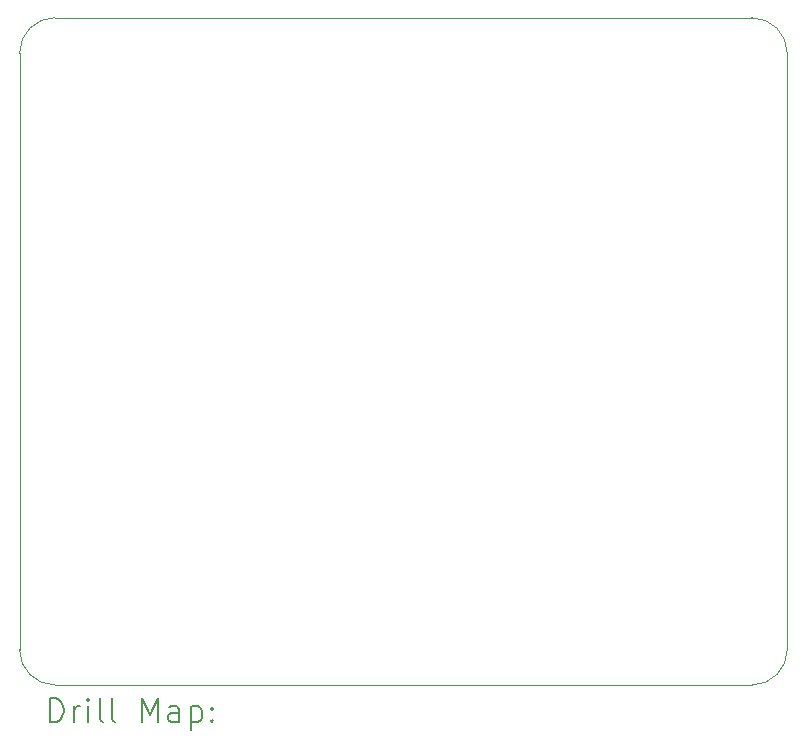
<source format=gbr>
%TF.GenerationSoftware,KiCad,Pcbnew,8.0.1*%
%TF.CreationDate,2024-09-06T22:55:49+02:00*%
%TF.ProjectId,SVXLink_PiHat,5356584c-696e-46b5-9f50-694861742e6b,rev?*%
%TF.SameCoordinates,Original*%
%TF.FileFunction,Drillmap*%
%TF.FilePolarity,Positive*%
%FSLAX45Y45*%
G04 Gerber Fmt 4.5, Leading zero omitted, Abs format (unit mm)*
G04 Created by KiCad (PCBNEW 8.0.1) date 2024-09-06 22:55:49*
%MOMM*%
%LPD*%
G01*
G04 APERTURE LIST*
%ADD10C,0.050000*%
%ADD11C,0.200000*%
G04 APERTURE END LIST*
D10*
X8100000Y-11200000D02*
X13900000Y-11200000D01*
X8100000Y-5550000D02*
X13900000Y-5550000D01*
X13900000Y-5550000D02*
G75*
G02*
X14200000Y-5850000I0J-300000D01*
G01*
X7700000Y-5850000D02*
G75*
G02*
X8000000Y-5550000I300000J0D01*
G01*
X7700000Y-7450000D02*
X7700000Y-5850000D01*
X7700000Y-10900000D02*
X7700000Y-7450000D01*
X14200000Y-10900000D02*
X14200000Y-5850000D01*
X8000000Y-11200000D02*
X8100000Y-11200000D01*
X8000000Y-5550000D02*
X8100000Y-5550000D01*
X8000000Y-11200000D02*
G75*
G02*
X7700000Y-10900000I0J300000D01*
G01*
X14200000Y-10900000D02*
G75*
G02*
X13900000Y-11200000I-300000J0D01*
G01*
D11*
X7958277Y-11513984D02*
X7958277Y-11313984D01*
X7958277Y-11313984D02*
X8005896Y-11313984D01*
X8005896Y-11313984D02*
X8034467Y-11323508D01*
X8034467Y-11323508D02*
X8053515Y-11342555D01*
X8053515Y-11342555D02*
X8063039Y-11361603D01*
X8063039Y-11361603D02*
X8072562Y-11399698D01*
X8072562Y-11399698D02*
X8072562Y-11428269D01*
X8072562Y-11428269D02*
X8063039Y-11466365D01*
X8063039Y-11466365D02*
X8053515Y-11485412D01*
X8053515Y-11485412D02*
X8034467Y-11504460D01*
X8034467Y-11504460D02*
X8005896Y-11513984D01*
X8005896Y-11513984D02*
X7958277Y-11513984D01*
X8158277Y-11513984D02*
X8158277Y-11380650D01*
X8158277Y-11418746D02*
X8167801Y-11399698D01*
X8167801Y-11399698D02*
X8177324Y-11390174D01*
X8177324Y-11390174D02*
X8196372Y-11380650D01*
X8196372Y-11380650D02*
X8215420Y-11380650D01*
X8282086Y-11513984D02*
X8282086Y-11380650D01*
X8282086Y-11313984D02*
X8272562Y-11323508D01*
X8272562Y-11323508D02*
X8282086Y-11333031D01*
X8282086Y-11333031D02*
X8291610Y-11323508D01*
X8291610Y-11323508D02*
X8282086Y-11313984D01*
X8282086Y-11313984D02*
X8282086Y-11333031D01*
X8405896Y-11513984D02*
X8386848Y-11504460D01*
X8386848Y-11504460D02*
X8377324Y-11485412D01*
X8377324Y-11485412D02*
X8377324Y-11313984D01*
X8510658Y-11513984D02*
X8491610Y-11504460D01*
X8491610Y-11504460D02*
X8482086Y-11485412D01*
X8482086Y-11485412D02*
X8482086Y-11313984D01*
X8739229Y-11513984D02*
X8739229Y-11313984D01*
X8739229Y-11313984D02*
X8805896Y-11456841D01*
X8805896Y-11456841D02*
X8872563Y-11313984D01*
X8872563Y-11313984D02*
X8872563Y-11513984D01*
X9053515Y-11513984D02*
X9053515Y-11409222D01*
X9053515Y-11409222D02*
X9043991Y-11390174D01*
X9043991Y-11390174D02*
X9024944Y-11380650D01*
X9024944Y-11380650D02*
X8986848Y-11380650D01*
X8986848Y-11380650D02*
X8967801Y-11390174D01*
X9053515Y-11504460D02*
X9034467Y-11513984D01*
X9034467Y-11513984D02*
X8986848Y-11513984D01*
X8986848Y-11513984D02*
X8967801Y-11504460D01*
X8967801Y-11504460D02*
X8958277Y-11485412D01*
X8958277Y-11485412D02*
X8958277Y-11466365D01*
X8958277Y-11466365D02*
X8967801Y-11447317D01*
X8967801Y-11447317D02*
X8986848Y-11437793D01*
X8986848Y-11437793D02*
X9034467Y-11437793D01*
X9034467Y-11437793D02*
X9053515Y-11428269D01*
X9148753Y-11380650D02*
X9148753Y-11580650D01*
X9148753Y-11390174D02*
X9167801Y-11380650D01*
X9167801Y-11380650D02*
X9205896Y-11380650D01*
X9205896Y-11380650D02*
X9224944Y-11390174D01*
X9224944Y-11390174D02*
X9234467Y-11399698D01*
X9234467Y-11399698D02*
X9243991Y-11418746D01*
X9243991Y-11418746D02*
X9243991Y-11475888D01*
X9243991Y-11475888D02*
X9234467Y-11494936D01*
X9234467Y-11494936D02*
X9224944Y-11504460D01*
X9224944Y-11504460D02*
X9205896Y-11513984D01*
X9205896Y-11513984D02*
X9167801Y-11513984D01*
X9167801Y-11513984D02*
X9148753Y-11504460D01*
X9329705Y-11494936D02*
X9339229Y-11504460D01*
X9339229Y-11504460D02*
X9329705Y-11513984D01*
X9329705Y-11513984D02*
X9320182Y-11504460D01*
X9320182Y-11504460D02*
X9329705Y-11494936D01*
X9329705Y-11494936D02*
X9329705Y-11513984D01*
X9329705Y-11390174D02*
X9339229Y-11399698D01*
X9339229Y-11399698D02*
X9329705Y-11409222D01*
X9329705Y-11409222D02*
X9320182Y-11399698D01*
X9320182Y-11399698D02*
X9329705Y-11390174D01*
X9329705Y-11390174D02*
X9329705Y-11409222D01*
M02*

</source>
